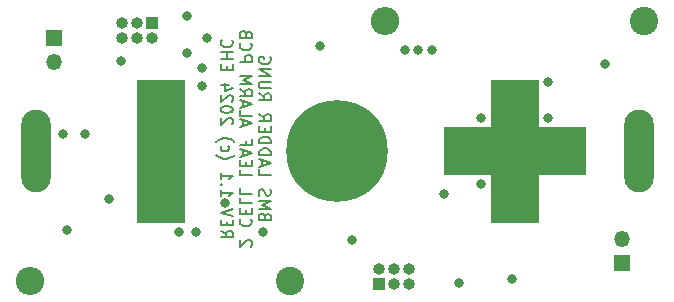
<source format=gbr>
%TF.GenerationSoftware,KiCad,Pcbnew,7.0.6-0*%
%TF.CreationDate,2024-05-28T13:41:11+12:00*%
%TF.ProjectId,BMSladderLeaf,424d536c-6164-4646-9572-4c6561662e6b,rev?*%
%TF.SameCoordinates,Original*%
%TF.FileFunction,Soldermask,Bot*%
%TF.FilePolarity,Negative*%
%FSLAX46Y46*%
G04 Gerber Fmt 4.6, Leading zero omitted, Abs format (unit mm)*
G04 Created by KiCad (PCBNEW 7.0.6-0) date 2024-05-28 13:41:11*
%MOMM*%
%LPD*%
G01*
G04 APERTURE LIST*
%ADD10C,0.120000*%
%ADD11C,0.150000*%
%ADD12O,2.500000X7.000000*%
%ADD13R,1.000000X1.000000*%
%ADD14O,1.000000X1.000000*%
%ADD15C,2.400000*%
%ADD16O,2.400000X2.400000*%
%ADD17C,0.900000*%
%ADD18C,8.600000*%
%ADD19R,1.350000X1.350000*%
%ADD20O,1.350000X1.350000*%
%ADD21C,0.800000*%
G04 APERTURE END LIST*
D10*
X59500000Y-111000000D02*
X63500000Y-111000000D01*
X63500000Y-115000000D01*
X59500000Y-115000000D01*
X59500000Y-119000000D01*
X55500000Y-119000000D01*
X55500000Y-115000000D01*
X51500000Y-115000000D01*
X51500000Y-111000000D01*
X55500000Y-111000000D01*
X55500000Y-107000000D01*
X59500000Y-107000000D01*
X59500000Y-111000000D01*
G36*
X59500000Y-111000000D02*
G01*
X63500000Y-111000000D01*
X63500000Y-115000000D01*
X59500000Y-115000000D01*
X59500000Y-119000000D01*
X55500000Y-119000000D01*
X55500000Y-115000000D01*
X51500000Y-115000000D01*
X51500000Y-111000000D01*
X55500000Y-111000000D01*
X55500000Y-107000000D01*
X59500000Y-107000000D01*
X59500000Y-111000000D01*
G37*
X29500000Y-119000000D02*
X25500000Y-119000000D01*
X25500000Y-107000000D01*
X29500000Y-107000000D01*
X29500000Y-119000000D01*
G36*
X29500000Y-119000000D02*
G01*
X25500000Y-119000000D01*
X25500000Y-107000000D01*
X29500000Y-107000000D01*
X29500000Y-119000000D01*
G37*
D11*
X36378990Y-118571428D02*
X36331371Y-118428571D01*
X36331371Y-118428571D02*
X36283752Y-118380952D01*
X36283752Y-118380952D02*
X36188514Y-118333333D01*
X36188514Y-118333333D02*
X36045657Y-118333333D01*
X36045657Y-118333333D02*
X35950419Y-118380952D01*
X35950419Y-118380952D02*
X35902800Y-118428571D01*
X35902800Y-118428571D02*
X35855180Y-118523809D01*
X35855180Y-118523809D02*
X35855180Y-118904761D01*
X35855180Y-118904761D02*
X36855180Y-118904761D01*
X36855180Y-118904761D02*
X36855180Y-118571428D01*
X36855180Y-118571428D02*
X36807561Y-118476190D01*
X36807561Y-118476190D02*
X36759942Y-118428571D01*
X36759942Y-118428571D02*
X36664704Y-118380952D01*
X36664704Y-118380952D02*
X36569466Y-118380952D01*
X36569466Y-118380952D02*
X36474228Y-118428571D01*
X36474228Y-118428571D02*
X36426609Y-118476190D01*
X36426609Y-118476190D02*
X36378990Y-118571428D01*
X36378990Y-118571428D02*
X36378990Y-118904761D01*
X35855180Y-117904761D02*
X36855180Y-117904761D01*
X36855180Y-117904761D02*
X36140895Y-117571428D01*
X36140895Y-117571428D02*
X36855180Y-117238095D01*
X36855180Y-117238095D02*
X35855180Y-117238095D01*
X35902800Y-116809523D02*
X35855180Y-116666666D01*
X35855180Y-116666666D02*
X35855180Y-116428571D01*
X35855180Y-116428571D02*
X35902800Y-116333333D01*
X35902800Y-116333333D02*
X35950419Y-116285714D01*
X35950419Y-116285714D02*
X36045657Y-116238095D01*
X36045657Y-116238095D02*
X36140895Y-116238095D01*
X36140895Y-116238095D02*
X36236133Y-116285714D01*
X36236133Y-116285714D02*
X36283752Y-116333333D01*
X36283752Y-116333333D02*
X36331371Y-116428571D01*
X36331371Y-116428571D02*
X36378990Y-116619047D01*
X36378990Y-116619047D02*
X36426609Y-116714285D01*
X36426609Y-116714285D02*
X36474228Y-116761904D01*
X36474228Y-116761904D02*
X36569466Y-116809523D01*
X36569466Y-116809523D02*
X36664704Y-116809523D01*
X36664704Y-116809523D02*
X36759942Y-116761904D01*
X36759942Y-116761904D02*
X36807561Y-116714285D01*
X36807561Y-116714285D02*
X36855180Y-116619047D01*
X36855180Y-116619047D02*
X36855180Y-116380952D01*
X36855180Y-116380952D02*
X36807561Y-116238095D01*
X35855180Y-114571428D02*
X35855180Y-115047618D01*
X35855180Y-115047618D02*
X36855180Y-115047618D01*
X36140895Y-114285713D02*
X36140895Y-113809523D01*
X35855180Y-114380951D02*
X36855180Y-114047618D01*
X36855180Y-114047618D02*
X35855180Y-113714285D01*
X35855180Y-113380951D02*
X36855180Y-113380951D01*
X36855180Y-113380951D02*
X36855180Y-113142856D01*
X36855180Y-113142856D02*
X36807561Y-112999999D01*
X36807561Y-112999999D02*
X36712323Y-112904761D01*
X36712323Y-112904761D02*
X36617085Y-112857142D01*
X36617085Y-112857142D02*
X36426609Y-112809523D01*
X36426609Y-112809523D02*
X36283752Y-112809523D01*
X36283752Y-112809523D02*
X36093276Y-112857142D01*
X36093276Y-112857142D02*
X35998038Y-112904761D01*
X35998038Y-112904761D02*
X35902800Y-112999999D01*
X35902800Y-112999999D02*
X35855180Y-113142856D01*
X35855180Y-113142856D02*
X35855180Y-113380951D01*
X35855180Y-112380951D02*
X36855180Y-112380951D01*
X36855180Y-112380951D02*
X36855180Y-112142856D01*
X36855180Y-112142856D02*
X36807561Y-111999999D01*
X36807561Y-111999999D02*
X36712323Y-111904761D01*
X36712323Y-111904761D02*
X36617085Y-111857142D01*
X36617085Y-111857142D02*
X36426609Y-111809523D01*
X36426609Y-111809523D02*
X36283752Y-111809523D01*
X36283752Y-111809523D02*
X36093276Y-111857142D01*
X36093276Y-111857142D02*
X35998038Y-111904761D01*
X35998038Y-111904761D02*
X35902800Y-111999999D01*
X35902800Y-111999999D02*
X35855180Y-112142856D01*
X35855180Y-112142856D02*
X35855180Y-112380951D01*
X36378990Y-111380951D02*
X36378990Y-111047618D01*
X35855180Y-110904761D02*
X35855180Y-111380951D01*
X35855180Y-111380951D02*
X36855180Y-111380951D01*
X36855180Y-111380951D02*
X36855180Y-110904761D01*
X35855180Y-109904761D02*
X36331371Y-110238094D01*
X35855180Y-110476189D02*
X36855180Y-110476189D01*
X36855180Y-110476189D02*
X36855180Y-110095237D01*
X36855180Y-110095237D02*
X36807561Y-109999999D01*
X36807561Y-109999999D02*
X36759942Y-109952380D01*
X36759942Y-109952380D02*
X36664704Y-109904761D01*
X36664704Y-109904761D02*
X36521847Y-109904761D01*
X36521847Y-109904761D02*
X36426609Y-109952380D01*
X36426609Y-109952380D02*
X36378990Y-109999999D01*
X36378990Y-109999999D02*
X36331371Y-110095237D01*
X36331371Y-110095237D02*
X36331371Y-110476189D01*
X35855180Y-108142856D02*
X36331371Y-108476189D01*
X35855180Y-108714284D02*
X36855180Y-108714284D01*
X36855180Y-108714284D02*
X36855180Y-108333332D01*
X36855180Y-108333332D02*
X36807561Y-108238094D01*
X36807561Y-108238094D02*
X36759942Y-108190475D01*
X36759942Y-108190475D02*
X36664704Y-108142856D01*
X36664704Y-108142856D02*
X36521847Y-108142856D01*
X36521847Y-108142856D02*
X36426609Y-108190475D01*
X36426609Y-108190475D02*
X36378990Y-108238094D01*
X36378990Y-108238094D02*
X36331371Y-108333332D01*
X36331371Y-108333332D02*
X36331371Y-108714284D01*
X36855180Y-107714284D02*
X36045657Y-107714284D01*
X36045657Y-107714284D02*
X35950419Y-107666665D01*
X35950419Y-107666665D02*
X35902800Y-107619046D01*
X35902800Y-107619046D02*
X35855180Y-107523808D01*
X35855180Y-107523808D02*
X35855180Y-107333332D01*
X35855180Y-107333332D02*
X35902800Y-107238094D01*
X35902800Y-107238094D02*
X35950419Y-107190475D01*
X35950419Y-107190475D02*
X36045657Y-107142856D01*
X36045657Y-107142856D02*
X36855180Y-107142856D01*
X35855180Y-106666665D02*
X36855180Y-106666665D01*
X36855180Y-106666665D02*
X35855180Y-106095237D01*
X35855180Y-106095237D02*
X36855180Y-106095237D01*
X36807561Y-105095237D02*
X36855180Y-105190475D01*
X36855180Y-105190475D02*
X36855180Y-105333332D01*
X36855180Y-105333332D02*
X36807561Y-105476189D01*
X36807561Y-105476189D02*
X36712323Y-105571427D01*
X36712323Y-105571427D02*
X36617085Y-105619046D01*
X36617085Y-105619046D02*
X36426609Y-105666665D01*
X36426609Y-105666665D02*
X36283752Y-105666665D01*
X36283752Y-105666665D02*
X36093276Y-105619046D01*
X36093276Y-105619046D02*
X35998038Y-105571427D01*
X35998038Y-105571427D02*
X35902800Y-105476189D01*
X35902800Y-105476189D02*
X35855180Y-105333332D01*
X35855180Y-105333332D02*
X35855180Y-105238094D01*
X35855180Y-105238094D02*
X35902800Y-105095237D01*
X35902800Y-105095237D02*
X35950419Y-105047618D01*
X35950419Y-105047618D02*
X36283752Y-105047618D01*
X36283752Y-105047618D02*
X36283752Y-105238094D01*
X35149942Y-121119048D02*
X35197561Y-121071429D01*
X35197561Y-121071429D02*
X35245180Y-120976191D01*
X35245180Y-120976191D02*
X35245180Y-120738096D01*
X35245180Y-120738096D02*
X35197561Y-120642858D01*
X35197561Y-120642858D02*
X35149942Y-120595239D01*
X35149942Y-120595239D02*
X35054704Y-120547620D01*
X35054704Y-120547620D02*
X34959466Y-120547620D01*
X34959466Y-120547620D02*
X34816609Y-120595239D01*
X34816609Y-120595239D02*
X34245180Y-121166667D01*
X34245180Y-121166667D02*
X34245180Y-120547620D01*
X34340419Y-118785715D02*
X34292800Y-118833334D01*
X34292800Y-118833334D02*
X34245180Y-118976191D01*
X34245180Y-118976191D02*
X34245180Y-119071429D01*
X34245180Y-119071429D02*
X34292800Y-119214286D01*
X34292800Y-119214286D02*
X34388038Y-119309524D01*
X34388038Y-119309524D02*
X34483276Y-119357143D01*
X34483276Y-119357143D02*
X34673752Y-119404762D01*
X34673752Y-119404762D02*
X34816609Y-119404762D01*
X34816609Y-119404762D02*
X35007085Y-119357143D01*
X35007085Y-119357143D02*
X35102323Y-119309524D01*
X35102323Y-119309524D02*
X35197561Y-119214286D01*
X35197561Y-119214286D02*
X35245180Y-119071429D01*
X35245180Y-119071429D02*
X35245180Y-118976191D01*
X35245180Y-118976191D02*
X35197561Y-118833334D01*
X35197561Y-118833334D02*
X35149942Y-118785715D01*
X34768990Y-118357143D02*
X34768990Y-118023810D01*
X34245180Y-117880953D02*
X34245180Y-118357143D01*
X34245180Y-118357143D02*
X35245180Y-118357143D01*
X35245180Y-118357143D02*
X35245180Y-117880953D01*
X34245180Y-116976191D02*
X34245180Y-117452381D01*
X34245180Y-117452381D02*
X35245180Y-117452381D01*
X34245180Y-116166667D02*
X34245180Y-116642857D01*
X34245180Y-116642857D02*
X35245180Y-116642857D01*
X34245180Y-114595238D02*
X34245180Y-115071428D01*
X34245180Y-115071428D02*
X35245180Y-115071428D01*
X34768990Y-114261904D02*
X34768990Y-113928571D01*
X34245180Y-113785714D02*
X34245180Y-114261904D01*
X34245180Y-114261904D02*
X35245180Y-114261904D01*
X35245180Y-114261904D02*
X35245180Y-113785714D01*
X34530895Y-113404761D02*
X34530895Y-112928571D01*
X34245180Y-113499999D02*
X35245180Y-113166666D01*
X35245180Y-113166666D02*
X34245180Y-112833333D01*
X34768990Y-112166666D02*
X34768990Y-112499999D01*
X34245180Y-112499999D02*
X35245180Y-112499999D01*
X35245180Y-112499999D02*
X35245180Y-112023809D01*
X34530895Y-110928570D02*
X34530895Y-110452380D01*
X34245180Y-111023808D02*
X35245180Y-110690475D01*
X35245180Y-110690475D02*
X34245180Y-110357142D01*
X34245180Y-109547618D02*
X34245180Y-110023808D01*
X34245180Y-110023808D02*
X35245180Y-110023808D01*
X34530895Y-109261903D02*
X34530895Y-108785713D01*
X34245180Y-109357141D02*
X35245180Y-109023808D01*
X35245180Y-109023808D02*
X34245180Y-108690475D01*
X34245180Y-107785713D02*
X34721371Y-108119046D01*
X34245180Y-108357141D02*
X35245180Y-108357141D01*
X35245180Y-108357141D02*
X35245180Y-107976189D01*
X35245180Y-107976189D02*
X35197561Y-107880951D01*
X35197561Y-107880951D02*
X35149942Y-107833332D01*
X35149942Y-107833332D02*
X35054704Y-107785713D01*
X35054704Y-107785713D02*
X34911847Y-107785713D01*
X34911847Y-107785713D02*
X34816609Y-107833332D01*
X34816609Y-107833332D02*
X34768990Y-107880951D01*
X34768990Y-107880951D02*
X34721371Y-107976189D01*
X34721371Y-107976189D02*
X34721371Y-108357141D01*
X34245180Y-107357141D02*
X35245180Y-107357141D01*
X35245180Y-107357141D02*
X34530895Y-107023808D01*
X34530895Y-107023808D02*
X35245180Y-106690475D01*
X35245180Y-106690475D02*
X34245180Y-106690475D01*
X34245180Y-105452379D02*
X35245180Y-105452379D01*
X35245180Y-105452379D02*
X35245180Y-105071427D01*
X35245180Y-105071427D02*
X35197561Y-104976189D01*
X35197561Y-104976189D02*
X35149942Y-104928570D01*
X35149942Y-104928570D02*
X35054704Y-104880951D01*
X35054704Y-104880951D02*
X34911847Y-104880951D01*
X34911847Y-104880951D02*
X34816609Y-104928570D01*
X34816609Y-104928570D02*
X34768990Y-104976189D01*
X34768990Y-104976189D02*
X34721371Y-105071427D01*
X34721371Y-105071427D02*
X34721371Y-105452379D01*
X34340419Y-103880951D02*
X34292800Y-103928570D01*
X34292800Y-103928570D02*
X34245180Y-104071427D01*
X34245180Y-104071427D02*
X34245180Y-104166665D01*
X34245180Y-104166665D02*
X34292800Y-104309522D01*
X34292800Y-104309522D02*
X34388038Y-104404760D01*
X34388038Y-104404760D02*
X34483276Y-104452379D01*
X34483276Y-104452379D02*
X34673752Y-104499998D01*
X34673752Y-104499998D02*
X34816609Y-104499998D01*
X34816609Y-104499998D02*
X35007085Y-104452379D01*
X35007085Y-104452379D02*
X35102323Y-104404760D01*
X35102323Y-104404760D02*
X35197561Y-104309522D01*
X35197561Y-104309522D02*
X35245180Y-104166665D01*
X35245180Y-104166665D02*
X35245180Y-104071427D01*
X35245180Y-104071427D02*
X35197561Y-103928570D01*
X35197561Y-103928570D02*
X35149942Y-103880951D01*
X34768990Y-103119046D02*
X34721371Y-102976189D01*
X34721371Y-102976189D02*
X34673752Y-102928570D01*
X34673752Y-102928570D02*
X34578514Y-102880951D01*
X34578514Y-102880951D02*
X34435657Y-102880951D01*
X34435657Y-102880951D02*
X34340419Y-102928570D01*
X34340419Y-102928570D02*
X34292800Y-102976189D01*
X34292800Y-102976189D02*
X34245180Y-103071427D01*
X34245180Y-103071427D02*
X34245180Y-103452379D01*
X34245180Y-103452379D02*
X35245180Y-103452379D01*
X35245180Y-103452379D02*
X35245180Y-103119046D01*
X35245180Y-103119046D02*
X35197561Y-103023808D01*
X35197561Y-103023808D02*
X35149942Y-102976189D01*
X35149942Y-102976189D02*
X35054704Y-102928570D01*
X35054704Y-102928570D02*
X34959466Y-102928570D01*
X34959466Y-102928570D02*
X34864228Y-102976189D01*
X34864228Y-102976189D02*
X34816609Y-103023808D01*
X34816609Y-103023808D02*
X34768990Y-103119046D01*
X34768990Y-103119046D02*
X34768990Y-103452379D01*
X32635180Y-119761905D02*
X33111371Y-120095238D01*
X32635180Y-120333333D02*
X33635180Y-120333333D01*
X33635180Y-120333333D02*
X33635180Y-119952381D01*
X33635180Y-119952381D02*
X33587561Y-119857143D01*
X33587561Y-119857143D02*
X33539942Y-119809524D01*
X33539942Y-119809524D02*
X33444704Y-119761905D01*
X33444704Y-119761905D02*
X33301847Y-119761905D01*
X33301847Y-119761905D02*
X33206609Y-119809524D01*
X33206609Y-119809524D02*
X33158990Y-119857143D01*
X33158990Y-119857143D02*
X33111371Y-119952381D01*
X33111371Y-119952381D02*
X33111371Y-120333333D01*
X33158990Y-119333333D02*
X33158990Y-119000000D01*
X32635180Y-118857143D02*
X32635180Y-119333333D01*
X32635180Y-119333333D02*
X33635180Y-119333333D01*
X33635180Y-119333333D02*
X33635180Y-118857143D01*
X33635180Y-118571428D02*
X32635180Y-118238095D01*
X32635180Y-118238095D02*
X33635180Y-117904762D01*
X32635180Y-116285714D02*
X32635180Y-116857142D01*
X32635180Y-116571428D02*
X33635180Y-116571428D01*
X33635180Y-116571428D02*
X33492323Y-116666666D01*
X33492323Y-116666666D02*
X33397085Y-116761904D01*
X33397085Y-116761904D02*
X33349466Y-116857142D01*
X32730419Y-115857142D02*
X32682800Y-115809523D01*
X32682800Y-115809523D02*
X32635180Y-115857142D01*
X32635180Y-115857142D02*
X32682800Y-115904761D01*
X32682800Y-115904761D02*
X32730419Y-115857142D01*
X32730419Y-115857142D02*
X32635180Y-115857142D01*
X32635180Y-114857143D02*
X32635180Y-115428571D01*
X32635180Y-115142857D02*
X33635180Y-115142857D01*
X33635180Y-115142857D02*
X33492323Y-115238095D01*
X33492323Y-115238095D02*
X33397085Y-115333333D01*
X33397085Y-115333333D02*
X33349466Y-115428571D01*
X32254228Y-113380952D02*
X32301847Y-113428571D01*
X32301847Y-113428571D02*
X32444704Y-113523809D01*
X32444704Y-113523809D02*
X32539942Y-113571428D01*
X32539942Y-113571428D02*
X32682800Y-113619047D01*
X32682800Y-113619047D02*
X32920895Y-113666666D01*
X32920895Y-113666666D02*
X33111371Y-113666666D01*
X33111371Y-113666666D02*
X33349466Y-113619047D01*
X33349466Y-113619047D02*
X33492323Y-113571428D01*
X33492323Y-113571428D02*
X33587561Y-113523809D01*
X33587561Y-113523809D02*
X33730419Y-113428571D01*
X33730419Y-113428571D02*
X33778038Y-113380952D01*
X32682800Y-112571428D02*
X32635180Y-112666666D01*
X32635180Y-112666666D02*
X32635180Y-112857142D01*
X32635180Y-112857142D02*
X32682800Y-112952380D01*
X32682800Y-112952380D02*
X32730419Y-112999999D01*
X32730419Y-112999999D02*
X32825657Y-113047618D01*
X32825657Y-113047618D02*
X33111371Y-113047618D01*
X33111371Y-113047618D02*
X33206609Y-112999999D01*
X33206609Y-112999999D02*
X33254228Y-112952380D01*
X33254228Y-112952380D02*
X33301847Y-112857142D01*
X33301847Y-112857142D02*
X33301847Y-112666666D01*
X33301847Y-112666666D02*
X33254228Y-112571428D01*
X32254228Y-112238094D02*
X32301847Y-112190475D01*
X32301847Y-112190475D02*
X32444704Y-112095237D01*
X32444704Y-112095237D02*
X32539942Y-112047618D01*
X32539942Y-112047618D02*
X32682800Y-111999999D01*
X32682800Y-111999999D02*
X32920895Y-111952380D01*
X32920895Y-111952380D02*
X33111371Y-111952380D01*
X33111371Y-111952380D02*
X33349466Y-111999999D01*
X33349466Y-111999999D02*
X33492323Y-112047618D01*
X33492323Y-112047618D02*
X33587561Y-112095237D01*
X33587561Y-112095237D02*
X33730419Y-112190475D01*
X33730419Y-112190475D02*
X33778038Y-112238094D01*
X33539942Y-110761903D02*
X33587561Y-110714284D01*
X33587561Y-110714284D02*
X33635180Y-110619046D01*
X33635180Y-110619046D02*
X33635180Y-110380951D01*
X33635180Y-110380951D02*
X33587561Y-110285713D01*
X33587561Y-110285713D02*
X33539942Y-110238094D01*
X33539942Y-110238094D02*
X33444704Y-110190475D01*
X33444704Y-110190475D02*
X33349466Y-110190475D01*
X33349466Y-110190475D02*
X33206609Y-110238094D01*
X33206609Y-110238094D02*
X32635180Y-110809522D01*
X32635180Y-110809522D02*
X32635180Y-110190475D01*
X33635180Y-109571427D02*
X33635180Y-109476189D01*
X33635180Y-109476189D02*
X33587561Y-109380951D01*
X33587561Y-109380951D02*
X33539942Y-109333332D01*
X33539942Y-109333332D02*
X33444704Y-109285713D01*
X33444704Y-109285713D02*
X33254228Y-109238094D01*
X33254228Y-109238094D02*
X33016133Y-109238094D01*
X33016133Y-109238094D02*
X32825657Y-109285713D01*
X32825657Y-109285713D02*
X32730419Y-109333332D01*
X32730419Y-109333332D02*
X32682800Y-109380951D01*
X32682800Y-109380951D02*
X32635180Y-109476189D01*
X32635180Y-109476189D02*
X32635180Y-109571427D01*
X32635180Y-109571427D02*
X32682800Y-109666665D01*
X32682800Y-109666665D02*
X32730419Y-109714284D01*
X32730419Y-109714284D02*
X32825657Y-109761903D01*
X32825657Y-109761903D02*
X33016133Y-109809522D01*
X33016133Y-109809522D02*
X33254228Y-109809522D01*
X33254228Y-109809522D02*
X33444704Y-109761903D01*
X33444704Y-109761903D02*
X33539942Y-109714284D01*
X33539942Y-109714284D02*
X33587561Y-109666665D01*
X33587561Y-109666665D02*
X33635180Y-109571427D01*
X33539942Y-108857141D02*
X33587561Y-108809522D01*
X33587561Y-108809522D02*
X33635180Y-108714284D01*
X33635180Y-108714284D02*
X33635180Y-108476189D01*
X33635180Y-108476189D02*
X33587561Y-108380951D01*
X33587561Y-108380951D02*
X33539942Y-108333332D01*
X33539942Y-108333332D02*
X33444704Y-108285713D01*
X33444704Y-108285713D02*
X33349466Y-108285713D01*
X33349466Y-108285713D02*
X33206609Y-108333332D01*
X33206609Y-108333332D02*
X32635180Y-108904760D01*
X32635180Y-108904760D02*
X32635180Y-108285713D01*
X33301847Y-107428570D02*
X32635180Y-107428570D01*
X33682800Y-107666665D02*
X32968514Y-107904760D01*
X32968514Y-107904760D02*
X32968514Y-107285713D01*
X33158990Y-106142855D02*
X33158990Y-105809522D01*
X32635180Y-105666665D02*
X32635180Y-106142855D01*
X32635180Y-106142855D02*
X33635180Y-106142855D01*
X33635180Y-106142855D02*
X33635180Y-105666665D01*
X32635180Y-105238093D02*
X33635180Y-105238093D01*
X33158990Y-105238093D02*
X33158990Y-104666665D01*
X32635180Y-104666665D02*
X33635180Y-104666665D01*
X32730419Y-103619046D02*
X32682800Y-103666665D01*
X32682800Y-103666665D02*
X32635180Y-103809522D01*
X32635180Y-103809522D02*
X32635180Y-103904760D01*
X32635180Y-103904760D02*
X32682800Y-104047617D01*
X32682800Y-104047617D02*
X32778038Y-104142855D01*
X32778038Y-104142855D02*
X32873276Y-104190474D01*
X32873276Y-104190474D02*
X33063752Y-104238093D01*
X33063752Y-104238093D02*
X33206609Y-104238093D01*
X33206609Y-104238093D02*
X33397085Y-104190474D01*
X33397085Y-104190474D02*
X33492323Y-104142855D01*
X33492323Y-104142855D02*
X33587561Y-104047617D01*
X33587561Y-104047617D02*
X33635180Y-103904760D01*
X33635180Y-103904760D02*
X33635180Y-103809522D01*
X33635180Y-103809522D02*
X33587561Y-103666665D01*
X33587561Y-103666665D02*
X33539942Y-103619046D01*
D12*
%TO.C,H2*%
X17000000Y-113000000D03*
%TD*%
D13*
%TO.C,J5*%
X26770000Y-102230000D03*
D14*
X26770000Y-103500000D03*
X25500000Y-102230000D03*
X25500000Y-103500000D03*
X24230000Y-102230000D03*
X24230000Y-103500000D03*
%TD*%
D12*
%TO.C,H1*%
X68000000Y-113000000D03*
%TD*%
D15*
%TO.C,R7*%
X38500000Y-124000000D03*
D16*
X16500000Y-124000000D03*
%TD*%
D15*
%TO.C,R20*%
X68500000Y-102000000D03*
D16*
X46500000Y-102000000D03*
%TD*%
D13*
%TO.C,J7*%
X46025000Y-124325000D03*
D14*
X46025000Y-123055000D03*
X47295000Y-124325000D03*
X47295000Y-123055000D03*
X48565000Y-124325000D03*
X48565000Y-123055000D03*
%TD*%
D17*
%TO.C,H4*%
X39275000Y-113000000D03*
X40219581Y-110719581D03*
X40219581Y-115280419D03*
X42500000Y-109775000D03*
D18*
X42500000Y-113000000D03*
D17*
X42500000Y-116225000D03*
X44780419Y-110719581D03*
X44780419Y-115280419D03*
X45725000Y-113000000D03*
%TD*%
D19*
%TO.C,J4*%
X18500000Y-103500000D03*
D20*
X18500000Y-105500000D03*
%TD*%
D19*
%TO.C,J6*%
X66600000Y-122500000D03*
D20*
X66600000Y-120500000D03*
%TD*%
D21*
X19600000Y-119700000D03*
X29100000Y-108700000D03*
X21100000Y-111600000D03*
X29100000Y-119900000D03*
X24200000Y-105400000D03*
X23200004Y-117100000D03*
X19300000Y-111599996D03*
X50500000Y-104500000D03*
X48200014Y-104500000D03*
X41000000Y-104100000D03*
X43700000Y-120600000D03*
X33000000Y-117400000D03*
X54700000Y-110200002D03*
X51500000Y-116700000D03*
X49299996Y-104500000D03*
X36200010Y-119900000D03*
X30500000Y-119900000D03*
X31500000Y-103500000D03*
X31000000Y-106000000D03*
X31000000Y-107500000D03*
X54700000Y-115800000D03*
X29800000Y-101600000D03*
X29800000Y-104700000D03*
X52800000Y-124200000D03*
X57300004Y-123900000D03*
X60300006Y-107200000D03*
X65200000Y-105700000D03*
X60300000Y-110200002D03*
M02*

</source>
